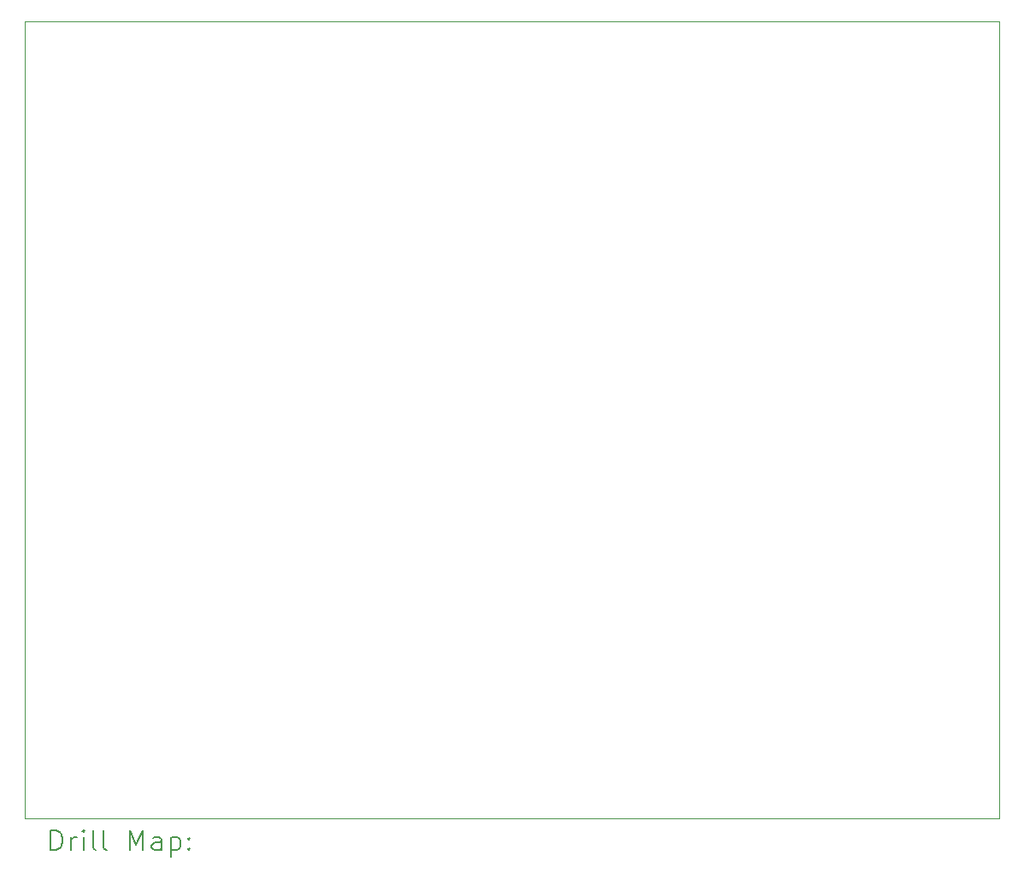
<source format=gbr>
%TF.GenerationSoftware,KiCad,Pcbnew,7.0.10*%
%TF.CreationDate,2024-08-04T13:32:34-04:00*%
%TF.ProjectId,accessoryidk,61636365-7373-46f7-9279-69646b2e6b69,rev?*%
%TF.SameCoordinates,Original*%
%TF.FileFunction,Drillmap*%
%TF.FilePolarity,Positive*%
%FSLAX45Y45*%
G04 Gerber Fmt 4.5, Leading zero omitted, Abs format (unit mm)*
G04 Created by KiCad (PCBNEW 7.0.10) date 2024-08-04 13:32:34*
%MOMM*%
%LPD*%
G01*
G04 APERTURE LIST*
%ADD10C,0.100000*%
%ADD11C,0.200000*%
G04 APERTURE END LIST*
D10*
X3500000Y-1371600D02*
X13150000Y-1371600D01*
X13150000Y-9271600D01*
X3500000Y-9271600D01*
X3500000Y-1371600D01*
D11*
X3755777Y-9588084D02*
X3755777Y-9388084D01*
X3755777Y-9388084D02*
X3803396Y-9388084D01*
X3803396Y-9388084D02*
X3831967Y-9397608D01*
X3831967Y-9397608D02*
X3851015Y-9416655D01*
X3851015Y-9416655D02*
X3860539Y-9435703D01*
X3860539Y-9435703D02*
X3870062Y-9473798D01*
X3870062Y-9473798D02*
X3870062Y-9502370D01*
X3870062Y-9502370D02*
X3860539Y-9540465D01*
X3860539Y-9540465D02*
X3851015Y-9559512D01*
X3851015Y-9559512D02*
X3831967Y-9578560D01*
X3831967Y-9578560D02*
X3803396Y-9588084D01*
X3803396Y-9588084D02*
X3755777Y-9588084D01*
X3955777Y-9588084D02*
X3955777Y-9454750D01*
X3955777Y-9492846D02*
X3965301Y-9473798D01*
X3965301Y-9473798D02*
X3974824Y-9464274D01*
X3974824Y-9464274D02*
X3993872Y-9454750D01*
X3993872Y-9454750D02*
X4012920Y-9454750D01*
X4079586Y-9588084D02*
X4079586Y-9454750D01*
X4079586Y-9388084D02*
X4070062Y-9397608D01*
X4070062Y-9397608D02*
X4079586Y-9407131D01*
X4079586Y-9407131D02*
X4089110Y-9397608D01*
X4089110Y-9397608D02*
X4079586Y-9388084D01*
X4079586Y-9388084D02*
X4079586Y-9407131D01*
X4203396Y-9588084D02*
X4184348Y-9578560D01*
X4184348Y-9578560D02*
X4174824Y-9559512D01*
X4174824Y-9559512D02*
X4174824Y-9388084D01*
X4308158Y-9588084D02*
X4289110Y-9578560D01*
X4289110Y-9578560D02*
X4279586Y-9559512D01*
X4279586Y-9559512D02*
X4279586Y-9388084D01*
X4536729Y-9588084D02*
X4536729Y-9388084D01*
X4536729Y-9388084D02*
X4603396Y-9530941D01*
X4603396Y-9530941D02*
X4670063Y-9388084D01*
X4670063Y-9388084D02*
X4670063Y-9588084D01*
X4851015Y-9588084D02*
X4851015Y-9483322D01*
X4851015Y-9483322D02*
X4841491Y-9464274D01*
X4841491Y-9464274D02*
X4822444Y-9454750D01*
X4822444Y-9454750D02*
X4784348Y-9454750D01*
X4784348Y-9454750D02*
X4765301Y-9464274D01*
X4851015Y-9578560D02*
X4831967Y-9588084D01*
X4831967Y-9588084D02*
X4784348Y-9588084D01*
X4784348Y-9588084D02*
X4765301Y-9578560D01*
X4765301Y-9578560D02*
X4755777Y-9559512D01*
X4755777Y-9559512D02*
X4755777Y-9540465D01*
X4755777Y-9540465D02*
X4765301Y-9521417D01*
X4765301Y-9521417D02*
X4784348Y-9511893D01*
X4784348Y-9511893D02*
X4831967Y-9511893D01*
X4831967Y-9511893D02*
X4851015Y-9502370D01*
X4946253Y-9454750D02*
X4946253Y-9654750D01*
X4946253Y-9464274D02*
X4965301Y-9454750D01*
X4965301Y-9454750D02*
X5003396Y-9454750D01*
X5003396Y-9454750D02*
X5022444Y-9464274D01*
X5022444Y-9464274D02*
X5031967Y-9473798D01*
X5031967Y-9473798D02*
X5041491Y-9492846D01*
X5041491Y-9492846D02*
X5041491Y-9549989D01*
X5041491Y-9549989D02*
X5031967Y-9569036D01*
X5031967Y-9569036D02*
X5022444Y-9578560D01*
X5022444Y-9578560D02*
X5003396Y-9588084D01*
X5003396Y-9588084D02*
X4965301Y-9588084D01*
X4965301Y-9588084D02*
X4946253Y-9578560D01*
X5127205Y-9569036D02*
X5136729Y-9578560D01*
X5136729Y-9578560D02*
X5127205Y-9588084D01*
X5127205Y-9588084D02*
X5117682Y-9578560D01*
X5117682Y-9578560D02*
X5127205Y-9569036D01*
X5127205Y-9569036D02*
X5127205Y-9588084D01*
X5127205Y-9464274D02*
X5136729Y-9473798D01*
X5136729Y-9473798D02*
X5127205Y-9483322D01*
X5127205Y-9483322D02*
X5117682Y-9473798D01*
X5117682Y-9473798D02*
X5127205Y-9464274D01*
X5127205Y-9464274D02*
X5127205Y-9483322D01*
M02*

</source>
